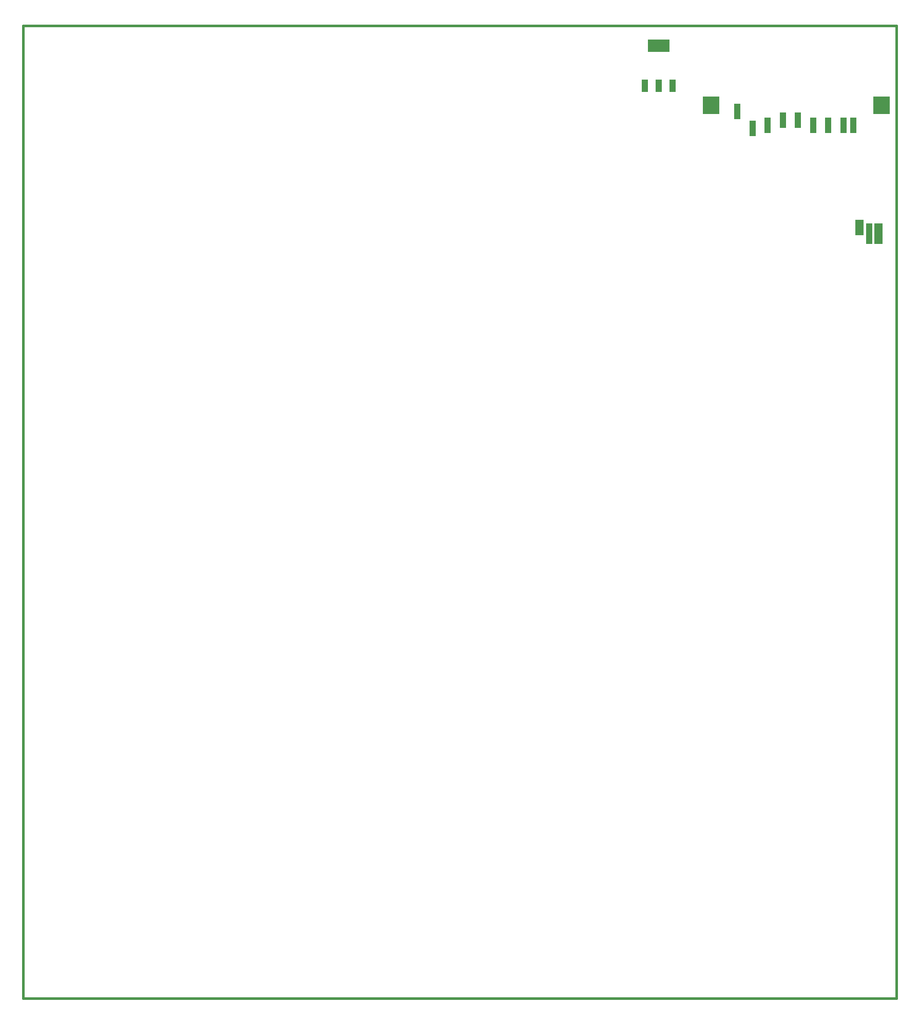
<source format=gtp>
G04 #@! TF.FileFunction,Paste,Top*
%FSLAX46Y46*%
G04 Gerber Fmt 4.6, Leading zero omitted, Abs format (unit mm)*
G04 Created by KiCad (PCBNEW 4.0.1-stable) date 30.04.2016 20:49:21*
%MOMM*%
G01*
G04 APERTURE LIST*
%ADD10C,0.150000*%
%ADD11C,0.381000*%
%ADD12R,1.099820X2.649220*%
%ADD13R,1.000760X3.500120*%
%ADD14R,2.700020X2.999740*%
%ADD15R,1.399540X3.500120*%
%ADD16R,1.399540X2.499360*%
%ADD17R,3.657600X2.032000*%
%ADD18R,1.016000X2.032000*%
G04 APERTURE END LIST*
D10*
D11*
X163619180Y-21351240D02*
X163619180Y-181749700D01*
X19618960Y-21351240D02*
X163619180Y-21351240D01*
X19618960Y-21358860D02*
X19618960Y-21351240D01*
X19618960Y-21369020D02*
X19618960Y-21358860D01*
X19618960Y-181749700D02*
X19618960Y-21369020D01*
X163619180Y-181749700D02*
X19618960Y-181749700D01*
D12*
X137419740Y-35485860D03*
X139919100Y-38284940D03*
X142421000Y-37784560D03*
X144920360Y-36984460D03*
X147419720Y-36984460D03*
X149919080Y-37784560D03*
X152420980Y-37784560D03*
X154920340Y-37784560D03*
X156545940Y-37784560D03*
D13*
X159169760Y-55620440D03*
D14*
X133071260Y-34520660D03*
D15*
X160719160Y-55620440D03*
D16*
X157569560Y-54619680D03*
D14*
X161168740Y-34520660D03*
D17*
X124460000Y-24638000D03*
D18*
X124460000Y-31242000D03*
X126746000Y-31242000D03*
X122174000Y-31242000D03*
M02*

</source>
